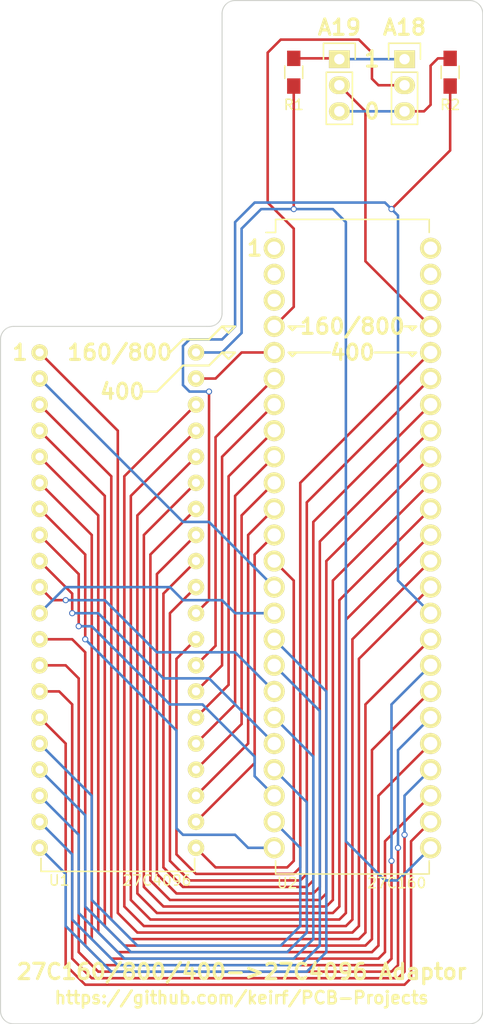
<source format=kicad_pcb>
(kicad_pcb (version 4) (host pcbnew "(after 2015-may-25 BZR unknown)-product")

  (general
    (links 48)
    (no_connects 0)
    (area 114.249999 29.794999 161.340001 129.590001)
    (thickness 1.6)
    (drawings 48)
    (tracks 297)
    (zones 0)
    (modules 6)
    (nets 51)
  )

  (page A4)
  (layers
    (0 F.Cu signal)
    (31 B.Cu signal)
    (32 B.Adhes user)
    (33 F.Adhes user)
    (34 B.Paste user)
    (35 F.Paste user)
    (36 B.SilkS user)
    (37 F.SilkS user)
    (38 B.Mask user)
    (39 F.Mask user)
    (40 Dwgs.User user)
    (41 Cmts.User user)
    (42 Eco1.User user)
    (43 Eco2.User user)
    (44 Edge.Cuts user)
    (45 Margin user)
    (46 B.CrtYd user)
    (47 F.CrtYd user)
    (48 B.Fab user)
    (49 F.Fab user)
  )

  (setup
    (last_trace_width 0.25)
    (trace_clearance 0.2)
    (zone_clearance 0.508)
    (zone_45_only no)
    (trace_min 0.2)
    (segment_width 0.2)
    (edge_width 0.1)
    (via_size 0.6)
    (via_drill 0.4)
    (via_min_size 0.4)
    (via_min_drill 0.3)
    (uvia_size 0.3)
    (uvia_drill 0.1)
    (uvias_allowed no)
    (uvia_min_size 0.2)
    (uvia_min_drill 0.1)
    (pcb_text_width 0.3)
    (pcb_text_size 1.5 1.5)
    (mod_edge_width 0.15)
    (mod_text_size 1 1)
    (mod_text_width 0.15)
    (pad_size 2.05 2.05)
    (pad_drill 1.3)
    (pad_to_mask_clearance 0)
    (aux_axis_origin 0 0)
    (visible_elements FFFFFF7F)
    (pcbplotparams
      (layerselection 0x010e0_80000001)
      (usegerberextensions true)
      (excludeedgelayer true)
      (linewidth 0.100000)
      (plotframeref false)
      (viasonmask false)
      (mode 1)
      (useauxorigin false)
      (hpglpennumber 1)
      (hpglpenspeed 20)
      (hpglpendiameter 15)
      (hpglpenoverlay 2)
      (psnegative false)
      (psa4output false)
      (plotreference true)
      (plotvalue true)
      (plotinvisibletext false)
      (padsonsilk false)
      (subtractmaskfromsilk false)
      (outputformat 1)
      (mirror false)
      (drillshape 0)
      (scaleselection 1)
      (outputdirectory gerber/))
  )

  (net 0 "")
  (net 1 /P1)
  (net 2 /P2)
  (net 3 /P3)
  (net 4 /P4)
  (net 5 /P5)
  (net 6 /P6)
  (net 7 /P7)
  (net 8 /P8)
  (net 9 /P9)
  (net 10 /P10)
  (net 11 /P11)
  (net 12 /P12)
  (net 13 /P13)
  (net 14 /P14)
  (net 15 /P15)
  (net 16 /P16)
  (net 17 /P17)
  (net 18 /P18)
  (net 19 /P19)
  (net 20 /P20)
  (net 21 /P21)
  (net 22 /P22)
  (net 23 /P23)
  (net 24 /P24)
  (net 25 /P25)
  (net 26 /P26)
  (net 27 /P27)
  (net 28 /P28)
  (net 29 /P29)
  (net 30 /P31)
  (net 31 /P32)
  (net 32 /P33)
  (net 33 /P34)
  (net 34 /P35)
  (net 35 /P36)
  (net 36 /P37)
  (net 37 /P38)
  (net 38 /P39)
  (net 39 "Net-(P1-Pad1)")
  (net 40 /A19)
  (net 41 "Net-(P1-Pad3)")
  (net 42 /A18)
  (net 43 /VCC)
  (net 44 /VSS)
  (net 45 "Net-(U2-Pad1)")
  (net 46 "Net-(U2-Pad2)")
  (net 47 "Net-(U2-Pad3)")
  (net 48 "Net-(U2-Pad48)")
  (net 49 "Net-(U2-Pad47)")
  (net 50 "Net-(U2-Pad46)")

  (net_class Default "This is the default net class."
    (clearance 0.2)
    (trace_width 0.25)
    (via_dia 0.6)
    (via_drill 0.4)
    (uvia_dia 0.3)
    (uvia_drill 0.1)
    (add_net /A18)
    (add_net /A19)
    (add_net /P1)
    (add_net /P10)
    (add_net /P11)
    (add_net /P12)
    (add_net /P13)
    (add_net /P14)
    (add_net /P15)
    (add_net /P16)
    (add_net /P17)
    (add_net /P18)
    (add_net /P19)
    (add_net /P2)
    (add_net /P20)
    (add_net /P21)
    (add_net /P22)
    (add_net /P23)
    (add_net /P24)
    (add_net /P25)
    (add_net /P26)
    (add_net /P27)
    (add_net /P28)
    (add_net /P29)
    (add_net /P3)
    (add_net /P31)
    (add_net /P32)
    (add_net /P33)
    (add_net /P34)
    (add_net /P35)
    (add_net /P36)
    (add_net /P37)
    (add_net /P38)
    (add_net /P39)
    (add_net /P4)
    (add_net /P5)
    (add_net /P6)
    (add_net /P7)
    (add_net /P8)
    (add_net /P9)
    (add_net /VCC)
    (add_net /VSS)
    (add_net "Net-(P1-Pad1)")
    (add_net "Net-(P1-Pad3)")
    (add_net "Net-(U2-Pad1)")
    (add_net "Net-(U2-Pad2)")
    (add_net "Net-(U2-Pad3)")
    (add_net "Net-(U2-Pad46)")
    (add_net "Net-(U2-Pad47)")
    (add_net "Net-(U2-Pad48)")
  )

  (module Pin_Headers:Pin_Header_Straight_1x03 (layer F.Cu) (tedit 55F95F88) (tstamp 55F95CE7)
    (at 147.32 35.56)
    (descr "Through hole pin header")
    (tags "pin header")
    (path /55F953E8)
    (fp_text reference P1 (at 0 -5.1) (layer F.SilkS) hide
      (effects (font (size 1 1) (thickness 0.15)))
    )
    (fp_text value A19 (at 0 -3.1) (layer F.SilkS)
      (effects (font (size 1.5 1.5) (thickness 0.3)))
    )
    (fp_line (start -1.75 -1.75) (end -1.75 6.85) (layer F.CrtYd) (width 0.05))
    (fp_line (start 1.75 -1.75) (end 1.75 6.85) (layer F.CrtYd) (width 0.05))
    (fp_line (start -1.75 -1.75) (end 1.75 -1.75) (layer F.CrtYd) (width 0.05))
    (fp_line (start -1.75 6.85) (end 1.75 6.85) (layer F.CrtYd) (width 0.05))
    (fp_line (start -1.27 1.27) (end -1.27 6.35) (layer F.SilkS) (width 0.15))
    (fp_line (start -1.27 6.35) (end 1.27 6.35) (layer F.SilkS) (width 0.15))
    (fp_line (start 1.27 6.35) (end 1.27 1.27) (layer F.SilkS) (width 0.15))
    (fp_line (start 1.55 -1.55) (end 1.55 0) (layer F.SilkS) (width 0.15))
    (fp_line (start 1.27 1.27) (end -1.27 1.27) (layer F.SilkS) (width 0.15))
    (fp_line (start -1.55 0) (end -1.55 -1.55) (layer F.SilkS) (width 0.15))
    (fp_line (start -1.55 -1.55) (end 1.55 -1.55) (layer F.SilkS) (width 0.15))
    (pad 1 thru_hole rect (at 0 0) (size 2.032 1.7272) (drill 1.016) (layers *.Cu *.Mask F.SilkS)
      (net 39 "Net-(P1-Pad1)"))
    (pad 2 thru_hole oval (at 0 2.54) (size 2.032 1.7272) (drill 1.016) (layers *.Cu *.Mask F.SilkS)
      (net 40 /A19))
    (pad 3 thru_hole oval (at 0 5.08) (size 2.032 1.7272) (drill 1.016) (layers *.Cu *.Mask F.SilkS)
      (net 41 "Net-(P1-Pad3)"))
    (model Pin_Headers.3dshapes/Pin_Header_Straight_1x03.wrl
      (at (xyz 0 -0.1 0))
      (scale (xyz 1 1 1))
      (rotate (xyz 0 0 90))
    )
  )

  (module Pin_Headers:Pin_Header_Straight_1x03 (layer F.Cu) (tedit 55F95F8D) (tstamp 55F95CEE)
    (at 153.67 35.56)
    (descr "Through hole pin header")
    (tags "pin header")
    (path /55F952CF)
    (fp_text reference P2 (at 0 -5.1) (layer F.SilkS) hide
      (effects (font (size 1 1) (thickness 0.15)))
    )
    (fp_text value A18 (at 0 -3.1) (layer F.SilkS)
      (effects (font (size 1.5 1.5) (thickness 0.3)))
    )
    (fp_line (start -1.75 -1.75) (end -1.75 6.85) (layer F.CrtYd) (width 0.05))
    (fp_line (start 1.75 -1.75) (end 1.75 6.85) (layer F.CrtYd) (width 0.05))
    (fp_line (start -1.75 -1.75) (end 1.75 -1.75) (layer F.CrtYd) (width 0.05))
    (fp_line (start -1.75 6.85) (end 1.75 6.85) (layer F.CrtYd) (width 0.05))
    (fp_line (start -1.27 1.27) (end -1.27 6.35) (layer F.SilkS) (width 0.15))
    (fp_line (start -1.27 6.35) (end 1.27 6.35) (layer F.SilkS) (width 0.15))
    (fp_line (start 1.27 6.35) (end 1.27 1.27) (layer F.SilkS) (width 0.15))
    (fp_line (start 1.55 -1.55) (end 1.55 0) (layer F.SilkS) (width 0.15))
    (fp_line (start 1.27 1.27) (end -1.27 1.27) (layer F.SilkS) (width 0.15))
    (fp_line (start -1.55 0) (end -1.55 -1.55) (layer F.SilkS) (width 0.15))
    (fp_line (start -1.55 -1.55) (end 1.55 -1.55) (layer F.SilkS) (width 0.15))
    (pad 1 thru_hole rect (at 0 0) (size 2.032 1.7272) (drill 1.016) (layers *.Cu *.Mask F.SilkS)
      (net 39 "Net-(P1-Pad1)"))
    (pad 2 thru_hole oval (at 0 2.54) (size 2.032 1.7272) (drill 1.016) (layers *.Cu *.Mask F.SilkS)
      (net 42 /A18))
    (pad 3 thru_hole oval (at 0 5.08) (size 2.032 1.7272) (drill 1.016) (layers *.Cu *.Mask F.SilkS)
      (net 41 "Net-(P1-Pad3)"))
    (model Pin_Headers.3dshapes/Pin_Header_Straight_1x03.wrl
      (at (xyz 0 -0.1 0))
      (scale (xyz 1 1 1))
      (rotate (xyz 0 0 90))
    )
  )

  (module Resistors_SMD:R_0805_HandSoldering (layer F.Cu) (tedit 55F9597C) (tstamp 55F95CF4)
    (at 142.875 36.83 270)
    (descr "Resistor SMD 0805, hand soldering")
    (tags "resistor 0805")
    (path /55F954FE)
    (attr smd)
    (fp_text reference R1 (at 3.175 0 360) (layer F.SilkS)
      (effects (font (size 1 1) (thickness 0.15)))
    )
    (fp_text value 1K (at 0 2.1 270) (layer F.Fab)
      (effects (font (size 1 1) (thickness 0.15)))
    )
    (fp_line (start -2.4 -1) (end 2.4 -1) (layer F.CrtYd) (width 0.05))
    (fp_line (start -2.4 1) (end 2.4 1) (layer F.CrtYd) (width 0.05))
    (fp_line (start -2.4 -1) (end -2.4 1) (layer F.CrtYd) (width 0.05))
    (fp_line (start 2.4 -1) (end 2.4 1) (layer F.CrtYd) (width 0.05))
    (fp_line (start 0.6 0.875) (end -0.6 0.875) (layer F.SilkS) (width 0.15))
    (fp_line (start -0.6 -0.875) (end 0.6 -0.875) (layer F.SilkS) (width 0.15))
    (pad 1 smd rect (at -1.35 0 270) (size 1.5 1.3) (layers F.Cu F.Paste F.Mask)
      (net 39 "Net-(P1-Pad1)"))
    (pad 2 smd rect (at 1.35 0 270) (size 1.5 1.3) (layers F.Cu F.Paste F.Mask)
      (net 43 /VCC))
    (model Resistors_SMD.3dshapes/R_0805_HandSoldering.wrl
      (at (xyz 0 0 0))
      (scale (xyz 1 1 1))
      (rotate (xyz 0 0 0))
    )
  )

  (module Resistors_SMD:R_0805_HandSoldering (layer F.Cu) (tedit 55F95980) (tstamp 55F95CFA)
    (at 158.115 36.83 270)
    (descr "Resistor SMD 0805, hand soldering")
    (tags "resistor 0805")
    (path /55F954A1)
    (attr smd)
    (fp_text reference R2 (at 3.175 0 360) (layer F.SilkS)
      (effects (font (size 1 1) (thickness 0.15)))
    )
    (fp_text value 1K (at 0 2.1 270) (layer F.Fab)
      (effects (font (size 1 1) (thickness 0.15)))
    )
    (fp_line (start -2.4 -1) (end 2.4 -1) (layer F.CrtYd) (width 0.05))
    (fp_line (start -2.4 1) (end 2.4 1) (layer F.CrtYd) (width 0.05))
    (fp_line (start -2.4 -1) (end -2.4 1) (layer F.CrtYd) (width 0.05))
    (fp_line (start 2.4 -1) (end 2.4 1) (layer F.CrtYd) (width 0.05))
    (fp_line (start 0.6 0.875) (end -0.6 0.875) (layer F.SilkS) (width 0.15))
    (fp_line (start -0.6 -0.875) (end 0.6 -0.875) (layer F.SilkS) (width 0.15))
    (pad 1 smd rect (at -1.35 0 270) (size 1.5 1.3) (layers F.Cu F.Paste F.Mask)
      (net 41 "Net-(P1-Pad3)"))
    (pad 2 smd rect (at 1.35 0 270) (size 1.5 1.3) (layers F.Cu F.Paste F.Mask)
      (net 44 /VSS))
    (model Resistors_SMD.3dshapes/R_0805_HandSoldering.wrl
      (at (xyz 0 0 0))
      (scale (xyz 1 1 1))
      (rotate (xyz 0 0 0))
    )
  )

  (module FF:27C160 (layer F.Cu) (tedit 55F95798) (tstamp 55F95D39)
    (at 140.97 53.975)
    (descr "40-lead dip package, row spacing 15.24 mm (600 mils)")
    (tags "dil dip 2.54 600")
    (path /55AF4F2A)
    (fp_text reference U2 (at 1.27 61.849) (layer F.SilkS)
      (effects (font (size 1 1) (thickness 0.15)))
    )
    (fp_text value 27C160 (at 11.938 61.849) (layer F.SilkS)
      (effects (font (size 1 1) (thickness 0.15)))
    )
    (fp_line (start -4.064 -10.16) (end -4.064 65.532) (layer F.CrtYd) (width 0.05))
    (fp_line (start -4.064 65.532) (end 19.304 65.532) (layer F.CrtYd) (width 0.05))
    (fp_line (start 19.304 65.532) (end 19.304 -10.16) (layer F.CrtYd) (width 0.05))
    (fp_line (start 19.304 -10.16) (end -4.064 -10.16) (layer F.CrtYd) (width 0.05))
    (fp_line (start 0.135 -2.803) (end 0.135 -1.533) (layer F.SilkS) (width 0.15))
    (fp_line (start 15.105 -2.803) (end 15.105 -1.533) (layer F.SilkS) (width 0.15))
    (fp_line (start 15.105 60.969) (end 15.105 59.699) (layer F.SilkS) (width 0.15))
    (fp_line (start 0.135 60.969) (end 0.135 59.699) (layer F.SilkS) (width 0.15))
    (fp_line (start 0.135 -2.803) (end 15.105 -2.803) (layer F.SilkS) (width 0.15))
    (fp_line (start 0.135 60.969) (end 15.105 60.969) (layer F.SilkS) (width 0.15))
    (fp_line (start 0.135 -1.533) (end -0.8 -1.533) (layer F.SilkS) (width 0.15))
    (pad 48 thru_hole oval (at 15.24 0) (size 2.05 2.05) (drill 1.3) (layers *.Cu *.Mask F.SilkS)
      (net 48 "Net-(U2-Pad48)"))
    (pad 47 thru_hole oval (at 15.24 2.54) (size 2.05 2.05) (drill 1.3) (layers *.Cu *.Mask F.SilkS)
      (net 49 "Net-(U2-Pad47)"))
    (pad 46 thru_hole oval (at 15.24 5.08) (size 2.05 2.05) (drill 1.3) (layers *.Cu *.Mask F.SilkS)
      (net 50 "Net-(U2-Pad46)"))
    (pad 45 thru_hole oval (at 15.24 7.62) (size 2.05 2.05) (drill 1.3) (layers *.Cu *.Mask F.SilkS)
      (net 40 /A19))
    (pad 44 thru_hole oval (at 15.24 10.16) (size 2.05 2.05) (drill 1.3) (layers *.Cu *.Mask F.SilkS)
      (net 29 /P29))
    (pad 43 thru_hole oval (at 15.24 12.7) (size 2.05 2.05) (drill 1.3) (layers *.Cu *.Mask F.SilkS)
      (net 30 /P31))
    (pad 42 thru_hole oval (at 15.24 15.24) (size 2.05 2.05) (drill 1.3) (layers *.Cu *.Mask F.SilkS)
      (net 31 /P32))
    (pad 41 thru_hole oval (at 15.24 17.78) (size 2.05 2.05) (drill 1.3) (layers *.Cu *.Mask F.SilkS)
      (net 32 /P33))
    (pad 1 thru_hole oval (at 0 0) (size 2.05 2.05) (drill 1.3) (layers *.Cu *.Mask F.SilkS)
      (net 45 "Net-(U2-Pad1)"))
    (pad 2 thru_hole oval (at 0 2.54) (size 2.05 2.05) (drill 1.3) (layers *.Cu *.Mask F.SilkS)
      (net 46 "Net-(U2-Pad2)"))
    (pad 3 thru_hole oval (at 0 5.08) (size 2.05 2.05) (drill 1.3) (layers *.Cu *.Mask F.SilkS)
      (net 47 "Net-(U2-Pad3)"))
    (pad 4 thru_hole oval (at 0 7.62) (size 2.05 2.05) (drill 1.3) (layers *.Cu *.Mask F.SilkS)
      (net 42 /A18))
    (pad 5 thru_hole oval (at 0 10.16) (size 2.05 2.05) (drill 1.3) (layers *.Cu *.Mask F.SilkS)
      (net 38 /P39))
    (pad 6 thru_hole oval (at 0 12.7) (size 2.05 2.05) (drill 1.3) (layers *.Cu *.Mask F.SilkS)
      (net 28 /P28))
    (pad 7 thru_hole oval (at 0 15.24) (size 2.05 2.05) (drill 1.3) (layers *.Cu *.Mask F.SilkS)
      (net 27 /P27))
    (pad 8 thru_hole oval (at 0 17.78) (size 2.05 2.05) (drill 1.3) (layers *.Cu *.Mask F.SilkS)
      (net 26 /P26))
    (pad 9 thru_hole oval (at 0 20.32) (size 2.05 2.05) (drill 1.3) (layers *.Cu *.Mask F.SilkS)
      (net 25 /P25))
    (pad 10 thru_hole oval (at 0 22.86) (size 2.05 2.05) (drill 1.3) (layers *.Cu *.Mask F.SilkS)
      (net 24 /P24))
    (pad 11 thru_hole oval (at 0 25.4) (size 2.05 2.05) (drill 1.3) (layers *.Cu *.Mask F.SilkS)
      (net 23 /P23))
    (pad 12 thru_hole oval (at 0 27.94) (size 2.05 2.05) (drill 1.3) (layers *.Cu *.Mask F.SilkS)
      (net 22 /P22))
    (pad 13 thru_hole oval (at 0 30.48) (size 2.05 2.05) (drill 1.3) (layers *.Cu *.Mask F.SilkS)
      (net 21 /P21))
    (pad 14 thru_hole oval (at 0 33.02) (size 2.05 2.05) (drill 1.3) (layers *.Cu *.Mask F.SilkS)
      (net 2 /P2))
    (pad 15 thru_hole oval (at 0 35.56) (size 2.05 2.05) (drill 1.3) (layers *.Cu *.Mask F.SilkS)
      (net 11 /P11))
    (pad 16 thru_hole oval (at 0 38.1) (size 2.05 2.05) (drill 1.3) (layers *.Cu *.Mask F.SilkS)
      (net 20 /P20))
    (pad 17 thru_hole oval (at 0 40.64) (size 2.05 2.05) (drill 1.3) (layers *.Cu *.Mask F.SilkS)
      (net 19 /P19))
    (pad 18 thru_hole oval (at 0 43.18) (size 2.05 2.05) (drill 1.3) (layers *.Cu *.Mask F.SilkS)
      (net 10 /P10))
    (pad 19 thru_hole oval (at 0 45.72) (size 2.05 2.05) (drill 1.3) (layers *.Cu *.Mask F.SilkS)
      (net 18 /P18))
    (pad 20 thru_hole oval (at 0 48.26) (size 2.05 2.05) (drill 1.3) (layers *.Cu *.Mask F.SilkS)
      (net 9 /P9))
    (pad 21 thru_hole oval (at 0 50.8) (size 2.05 2.05) (drill 1.3) (layers *.Cu *.Mask F.SilkS)
      (net 17 /P17))
    (pad 22 thru_hole oval (at 0 53.34) (size 2.05 2.05) (drill 1.3) (layers *.Cu *.Mask F.SilkS)
      (net 8 /P8))
    (pad 23 thru_hole oval (at 0 55.88) (size 2.05 2.05) (drill 1.3) (layers *.Cu *.Mask F.SilkS)
      (net 16 /P16))
    (pad 24 thru_hole oval (at 0 58.42) (size 2.05 2.05) (drill 1.3) (layers *.Cu *.Mask F.SilkS)
      (net 7 /P7))
    (pad 25 thru_hole oval (at 15.24 58.42) (size 2.05 2.05) (drill 1.3) (layers *.Cu *.Mask F.SilkS)
      (net 43 /VCC))
    (pad 26 thru_hole oval (at 15.24 55.88) (size 2.05 2.05) (drill 1.3) (layers *.Cu *.Mask F.SilkS)
      (net 15 /P15))
    (pad 27 thru_hole oval (at 15.24 53.34) (size 2.05 2.05) (drill 1.3) (layers *.Cu *.Mask F.SilkS)
      (net 6 /P6))
    (pad 28 thru_hole oval (at 15.24 50.8) (size 2.05 2.05) (drill 1.3) (layers *.Cu *.Mask F.SilkS)
      (net 14 /P14))
    (pad 29 thru_hole oval (at 15.24 48.26) (size 2.05 2.05) (drill 1.3) (layers *.Cu *.Mask F.SilkS)
      (net 5 /P5))
    (pad 30 thru_hole oval (at 15.24 45.72) (size 2.05 2.05) (drill 1.3) (layers *.Cu *.Mask F.SilkS)
      (net 13 /P13))
    (pad 31 thru_hole oval (at 15.24 43.18) (size 2.05 2.05) (drill 1.3) (layers *.Cu *.Mask F.SilkS)
      (net 4 /P4))
    (pad 32 thru_hole oval (at 15.24 40.64) (size 2.05 2.05) (drill 1.3) (layers *.Cu *.Mask F.SilkS)
      (net 12 /P12))
    (pad 33 thru_hole oval (at 15.24 38.1) (size 2.05 2.05) (drill 1.3) (layers *.Cu *.Mask F.SilkS)
      (net 3 /P3))
    (pad 34 thru_hole oval (at 15.24 35.56) (size 2.05 2.05) (drill 1.3) (layers *.Cu *.Mask F.SilkS)
      (net 44 /VSS))
    (pad 35 thru_hole oval (at 15.24 33.02) (size 2.05 2.05) (drill 1.3) (layers *.Cu *.Mask F.SilkS)
      (net 1 /P1))
    (pad 36 thru_hole oval (at 15.24 30.48) (size 2.05 2.05) (drill 1.3) (layers *.Cu *.Mask F.SilkS)
      (net 37 /P38))
    (pad 37 thru_hole oval (at 15.24 27.94) (size 2.05 2.05) (drill 1.3) (layers *.Cu *.Mask F.SilkS)
      (net 36 /P37))
    (pad 38 thru_hole oval (at 15.24 25.4) (size 2.05 2.05) (drill 1.3) (layers *.Cu *.Mask F.SilkS)
      (net 35 /P36))
    (pad 39 thru_hole oval (at 15.24 22.86) (size 2.05 2.05) (drill 1.3) (layers *.Cu *.Mask F.SilkS)
      (net 34 /P35))
    (pad 40 thru_hole oval (at 15.24 20.32) (size 2.05 2.05) (drill 1.3) (layers *.Cu *.Mask F.SilkS)
      (net 33 /P34))
    (model Housings_DIP.3dshapes/DIP-40_W15.24mm.wrl
      (at (xyz 0 0 0))
      (scale (xyz 1 1 1))
      (rotate (xyz 0 0 0))
    )
  )

  (module FF:27C4096 (layer F.Cu) (tedit 55F97EEB) (tstamp 55AF5648)
    (at 118.11 64.135)
    (descr "40-lead dip package, row spacing 15.24 mm (600 mils)")
    (tags "dil dip 2.54 600")
    (path /55AF4EC7)
    (fp_text reference U1 (at 1.905 51.435) (layer F.SilkS)
      (effects (font (size 1 1) (thickness 0.15)))
    )
    (fp_text value 27C4096 (at 11.43 51.435) (layer F.SilkS)
      (effects (font (size 1 1) (thickness 0.15)))
    )
    (fp_line (start -1.05 -2.45) (end -1.05 50.75) (layer F.CrtYd) (width 0.05))
    (fp_line (start 16.3 -2.45) (end 16.3 50.75) (layer F.CrtYd) (width 0.05))
    (fp_line (start -1.05 -2.45) (end 16.3 -2.45) (layer F.CrtYd) (width 0.05))
    (fp_line (start -1.05 50.75) (end 16.3 50.75) (layer F.CrtYd) (width 0.05))
    (fp_line (start 15.105 50.555) (end 15.105 49.285) (layer F.SilkS) (width 0.15))
    (fp_line (start 0.135 50.555) (end 0.135 49.285) (layer F.SilkS) (width 0.15))
    (fp_line (start 0.135 50.555) (end 15.105 50.555) (layer F.SilkS) (width 0.15))
    (pad 1 thru_hole oval (at 0 0) (size 1.6 1.6) (drill 0.8) (layers *.Cu *.Mask F.SilkS)
      (net 1 /P1))
    (pad 2 thru_hole oval (at 0 2.54) (size 1.6 1.6) (drill 0.8) (layers *.Cu *.Mask F.SilkS)
      (net 2 /P2))
    (pad 3 thru_hole oval (at 0 5.08) (size 1.6 1.6) (drill 0.8) (layers *.Cu *.Mask F.SilkS)
      (net 3 /P3))
    (pad 4 thru_hole oval (at 0 7.62) (size 1.6 1.6) (drill 0.8) (layers *.Cu *.Mask F.SilkS)
      (net 4 /P4))
    (pad 5 thru_hole oval (at 0 10.16) (size 1.6 1.6) (drill 0.8) (layers *.Cu *.Mask F.SilkS)
      (net 5 /P5))
    (pad 6 thru_hole oval (at 0 12.7) (size 1.6 1.6) (drill 0.8) (layers *.Cu *.Mask F.SilkS)
      (net 6 /P6))
    (pad 7 thru_hole oval (at 0 15.24) (size 1.6 1.6) (drill 0.8) (layers *.Cu *.Mask F.SilkS)
      (net 7 /P7))
    (pad 8 thru_hole oval (at 0 17.78) (size 1.6 1.6) (drill 0.8) (layers *.Cu *.Mask F.SilkS)
      (net 8 /P8))
    (pad 9 thru_hole oval (at 0 20.32) (size 1.6 1.6) (drill 0.8) (layers *.Cu *.Mask F.SilkS)
      (net 9 /P9))
    (pad 10 thru_hole oval (at 0 22.86) (size 1.6 1.6) (drill 0.8) (layers *.Cu *.Mask F.SilkS)
      (net 10 /P10))
    (pad 11 thru_hole oval (at 0 25.4) (size 1.6 1.6) (drill 0.8) (layers *.Cu *.Mask F.SilkS)
      (net 11 /P11))
    (pad 12 thru_hole oval (at 0 27.94) (size 1.6 1.6) (drill 0.8) (layers *.Cu *.Mask F.SilkS)
      (net 12 /P12))
    (pad 13 thru_hole oval (at 0 30.48) (size 1.6 1.6) (drill 0.8) (layers *.Cu *.Mask F.SilkS)
      (net 13 /P13))
    (pad 14 thru_hole oval (at 0 33.02) (size 1.6 1.6) (drill 0.8) (layers *.Cu *.Mask F.SilkS)
      (net 14 /P14))
    (pad 15 thru_hole oval (at 0 35.56) (size 1.6 1.6) (drill 0.8) (layers *.Cu *.Mask F.SilkS)
      (net 15 /P15))
    (pad 16 thru_hole oval (at 0 38.1) (size 1.6 1.6) (drill 0.8) (layers *.Cu *.Mask F.SilkS)
      (net 16 /P16))
    (pad 17 thru_hole oval (at 0 40.64) (size 1.6 1.6) (drill 0.8) (layers *.Cu *.Mask F.SilkS)
      (net 17 /P17))
    (pad 18 thru_hole oval (at 0 43.18) (size 1.6 1.6) (drill 0.8) (layers *.Cu *.Mask F.SilkS)
      (net 18 /P18))
    (pad 19 thru_hole oval (at 0 45.72) (size 1.6 1.6) (drill 0.8) (layers *.Cu *.Mask F.SilkS)
      (net 19 /P19))
    (pad 20 thru_hole oval (at 0 48.26) (size 1.6 1.6) (drill 0.8) (layers *.Cu *.Mask F.SilkS)
      (net 20 /P20))
    (pad 21 thru_hole oval (at 15.24 48.26) (size 1.6 1.6) (drill 0.8) (layers *.Cu *.Mask F.SilkS)
      (net 21 /P21))
    (pad 22 thru_hole oval (at 15.24 45.72) (size 1.6 1.6) (drill 0.8) (layers *.Cu *.Mask F.SilkS)
      (net 22 /P22))
    (pad 23 thru_hole oval (at 15.24 43.18) (size 1.6 1.6) (drill 0.8) (layers *.Cu *.Mask F.SilkS)
      (net 23 /P23))
    (pad 24 thru_hole oval (at 15.24 40.64) (size 1.6 1.6) (drill 0.8) (layers *.Cu *.Mask F.SilkS)
      (net 24 /P24))
    (pad 25 thru_hole oval (at 15.24 38.1) (size 1.6 1.6) (drill 0.8) (layers *.Cu *.Mask F.SilkS)
      (net 25 /P25))
    (pad 26 thru_hole oval (at 15.24 35.56) (size 1.6 1.6) (drill 0.8) (layers *.Cu *.Mask F.SilkS)
      (net 26 /P26))
    (pad 27 thru_hole oval (at 15.24 33.02) (size 1.6 1.6) (drill 0.8) (layers *.Cu *.Mask F.SilkS)
      (net 27 /P27))
    (pad 28 thru_hole oval (at 15.24 30.48) (size 1.6 1.6) (drill 0.8) (layers *.Cu *.Mask F.SilkS)
      (net 28 /P28))
    (pad 29 thru_hole oval (at 15.24 27.94) (size 1.6 1.6) (drill 0.8) (layers *.Cu *.Mask F.SilkS)
      (net 29 /P29))
    (pad 30 thru_hole oval (at 15.24 25.4) (size 1.6 1.6) (drill 0.8) (layers *.Cu *.Mask F.SilkS)
      (net 44 /VSS))
    (pad 31 thru_hole oval (at 15.24 22.86) (size 1.6 1.6) (drill 0.8) (layers *.Cu *.Mask F.SilkS)
      (net 30 /P31))
    (pad 32 thru_hole oval (at 15.24 20.32) (size 1.6 1.6) (drill 0.8) (layers *.Cu *.Mask F.SilkS)
      (net 31 /P32))
    (pad 33 thru_hole oval (at 15.24 17.78) (size 1.6 1.6) (drill 0.8) (layers *.Cu *.Mask F.SilkS)
      (net 32 /P33))
    (pad 34 thru_hole oval (at 15.24 15.24) (size 1.6 1.6) (drill 0.8) (layers *.Cu *.Mask F.SilkS)
      (net 33 /P34))
    (pad 35 thru_hole oval (at 15.24 12.7) (size 1.6 1.6) (drill 0.8) (layers *.Cu *.Mask F.SilkS)
      (net 34 /P35))
    (pad 36 thru_hole oval (at 15.24 10.16) (size 1.6 1.6) (drill 0.8) (layers *.Cu *.Mask F.SilkS)
      (net 35 /P36))
    (pad 37 thru_hole oval (at 15.24 7.62) (size 1.6 1.6) (drill 0.8) (layers *.Cu *.Mask F.SilkS)
      (net 36 /P37))
    (pad 38 thru_hole oval (at 15.24 5.08) (size 1.6 1.6) (drill 0.8) (layers *.Cu *.Mask F.SilkS)
      (net 37 /P38))
    (pad 39 thru_hole oval (at 15.24 2.54) (size 1.6 1.6) (drill 0.8) (layers *.Cu *.Mask F.SilkS)
      (net 38 /P39))
    (pad 40 thru_hole oval (at 15.24 0) (size 1.6 1.6) (drill 0.8) (layers *.Cu *.Mask F.SilkS)
      (net 43 /VCC))
    (model Housings_DIP.3dshapes/DIP-40_W15.24mm.wrl
      (at (xyz 0 0 0))
      (scale (xyz 1 1 1))
      (rotate (xyz 0 0 0))
    )
  )

  (gr_line (start 129.54 67.945) (end 128.27 67.945) (angle 90) (layer F.SilkS) (width 0.2))
  (gr_line (start 154.432 64.516) (end 154.051 64.135) (angle 90) (layer F.SilkS) (width 0.2))
  (gr_line (start 154.813 64.135) (end 154.432 64.516) (angle 90) (layer F.SilkS) (width 0.2))
  (gr_line (start 154.051 61.595) (end 154.432 61.976) (angle 90) (layer F.SilkS) (width 0.2))
  (gr_line (start 154.178 61.722) (end 154.178 61.595) (angle 90) (layer F.SilkS) (width 0.2))
  (gr_line (start 154.813 61.595) (end 154.432 61.976) (angle 90) (layer F.SilkS) (width 0.2))
  (gr_line (start 142.748 64.516) (end 143.129 64.135) (angle 90) (layer F.SilkS) (width 0.2))
  (gr_line (start 142.367 64.135) (end 142.748 64.516) (angle 90) (layer F.SilkS) (width 0.2))
  (gr_line (start 142.748 61.976) (end 143.129 61.595) (angle 90) (layer F.SilkS) (width 0.2))
  (gr_line (start 142.367 61.595) (end 142.748 61.976) (angle 90) (layer F.SilkS) (width 0.2))
  (gr_line (start 142.367 61.595) (end 143.891 61.595) (angle 90) (layer F.SilkS) (width 0.2))
  (gr_line (start 142.367 64.135) (end 146.431 64.135) (angle 90) (layer F.SilkS) (width 0.2))
  (gr_line (start 150.749 64.135) (end 154.813 64.135) (angle 90) (layer F.SilkS) (width 0.2))
  (gr_line (start 153.67 61.595) (end 154.813 61.595) (angle 90) (layer F.SilkS) (width 0.2))
  (gr_text 400 (at 148.59 64.135) (layer F.SilkS)
    (effects (font (size 1.5 1.5) (thickness 0.3)))
  )
  (gr_text 160/800 (at 148.59 61.595) (layer F.SilkS)
    (effects (font (size 1.5 1.5) (thickness 0.3)))
  )
  (gr_text 1 (at 139.065 53.975) (layer F.SilkS)
    (effects (font (size 1.5 1.5) (thickness 0.3)))
  )
  (gr_line (start 132.08 62.865) (end 130.81 64.135) (angle 90) (layer F.SilkS) (width 0.2))
  (gr_line (start 134.62 62.865) (end 132.08 62.865) (angle 90) (layer F.SilkS) (width 0.2))
  (gr_line (start 132.08 65.405) (end 129.54 67.945) (angle 90) (layer F.SilkS) (width 0.2))
  (gr_line (start 134.62 65.405) (end 132.08 65.405) (angle 90) (layer F.SilkS) (width 0.2))
  (gr_text 1 (at 116.205 64.135) (layer F.SilkS)
    (effects (font (size 1.5 1.5) (thickness 0.3)))
  )
  (gr_line (start 136.525 64.77) (end 135.89 64.135) (angle 90) (layer F.SilkS) (width 0.2))
  (gr_line (start 137.16 64.135) (end 136.525 64.77) (angle 90) (layer F.SilkS) (width 0.2))
  (gr_line (start 135.89 64.135) (end 137.16 64.135) (angle 90) (layer F.SilkS) (width 0.2))
  (gr_line (start 134.62 65.405) (end 135.89 64.135) (angle 90) (layer F.SilkS) (width 0.2))
  (gr_line (start 134.62 62.865) (end 135.89 61.595) (angle 90) (layer F.SilkS) (width 0.2))
  (gr_line (start 136.525 62.23) (end 135.89 61.595) (angle 90) (layer F.SilkS) (width 0.2))
  (gr_line (start 137.16 61.595) (end 136.525 62.23) (angle 90) (layer F.SilkS) (width 0.2))
  (gr_line (start 135.89 61.595) (end 137.16 61.595) (angle 90) (layer F.SilkS) (width 0.2))
  (gr_text 400 (at 123.825 67.945) (layer F.SilkS)
    (effects (font (size 1.5 1.5) (thickness 0.3)) (justify left))
  )
  (gr_text 160/800 (at 120.65 64.135) (layer F.SilkS)
    (effects (font (size 1.5 1.5) (thickness 0.3)) (justify left))
  )
  (gr_line (start 161.29 31.115) (end 161.29 128.27) (angle 90) (layer Edge.Cuts) (width 0.1))
  (gr_line (start 135.89 60.325) (end 135.89 31.115) (angle 90) (layer Edge.Cuts) (width 0.1))
  (gr_text "0\n" (at 150.495 40.64) (layer F.SilkS)
    (effects (font (size 1.5 1.5) (thickness 0.3)))
  )
  (gr_text "1\n" (at 150.495 35.56) (layer F.SilkS)
    (effects (font (size 1.5 1.5) (thickness 0.3)))
  )
  (gr_arc (start 137.16 31.115) (end 135.89 31.115) (angle 90) (layer Edge.Cuts) (width 0.1))
  (gr_arc (start 160.02 31.115) (end 160.02 29.845) (angle 90) (layer Edge.Cuts) (width 0.1))
  (gr_line (start 137.16 29.845) (end 160.02 29.845) (angle 90) (layer Edge.Cuts) (width 0.1))
  (gr_line (start 114.3 128.27) (end 114.3 62.865) (angle 90) (layer Edge.Cuts) (width 0.1))
  (gr_line (start 115.57 61.595) (end 134.62 61.595) (angle 90) (layer Edge.Cuts) (width 0.1))
  (gr_line (start 115.57 129.54) (end 160.02 129.54) (angle 90) (layer Edge.Cuts) (width 0.1))
  (gr_arc (start 115.57 62.865) (end 114.3 62.865) (angle 90) (layer Edge.Cuts) (width 0.1))
  (gr_arc (start 134.62 60.325) (end 135.89 60.325) (angle 90) (layer Edge.Cuts) (width 0.1))
  (gr_arc (start 160.02 128.27) (end 161.29 128.27) (angle 90) (layer Edge.Cuts) (width 0.1))
  (gr_arc (start 115.57 128.27) (end 115.57 129.54) (angle 90) (layer Edge.Cuts) (width 0.1))
  (gr_text https://github.com/keirf/PCB-Projects (at 137.795 127) (layer F.SilkS)
    (effects (font (size 1.2 1.2) (thickness 0.25)))
  )
  (gr_text "27C160/800/400->27C4096 Adaptor" (at 137.795 124.46) (layer F.SilkS)
    (effects (font (size 1.5 1.5) (thickness 0.3)))
  )

  (segment (start 118.11 64.135) (end 125.73 71.755) (width 0.25) (layer F.Cu) (net 1))
  (segment (start 125.73 71.755) (end 125.73 118.745) (width 0.25) (layer F.Cu) (net 1) (tstamp 55AF5B26))
  (segment (start 125.73 118.745) (end 127.635 120.65) (width 0.25) (layer F.Cu) (net 1) (tstamp 55AF5B2B))
  (segment (start 149.225 93.98) (end 156.21 86.995) (width 0.25) (layer F.Cu) (net 1) (tstamp 55AF5B3A))
  (segment (start 149.225 120.015) (end 149.225 93.98) (width 0.25) (layer F.Cu) (net 1) (tstamp 55AF5B36))
  (segment (start 148.59 120.65) (end 149.225 120.015) (width 0.25) (layer F.Cu) (net 1) (tstamp 55AF5B35))
  (segment (start 127.635 120.65) (end 148.59 120.65) (width 0.25) (layer F.Cu) (net 1) (tstamp 55AF5B30))
  (segment (start 118.11 66.675) (end 132.08 80.645) (width 0.25) (layer B.Cu) (net 2))
  (segment (start 132.08 80.645) (end 134.62 80.645) (width 0.25) (layer B.Cu) (net 2) (tstamp 55AF5D39))
  (segment (start 134.62 80.645) (end 140.97 86.995) (width 0.25) (layer B.Cu) (net 2) (tstamp 55AF5D43))
  (segment (start 118.11 69.215) (end 125.095 76.2) (width 0.25) (layer F.Cu) (net 3))
  (segment (start 125.095 76.2) (end 125.095 119.38) (width 0.25) (layer F.Cu) (net 3) (tstamp 55AF5B5B))
  (segment (start 125.095 119.38) (end 127 121.285) (width 0.25) (layer F.Cu) (net 3) (tstamp 55AF5B5D))
  (segment (start 149.86 98.425) (end 156.21 92.075) (width 0.25) (layer F.Cu) (net 3) (tstamp 55AF5B6F))
  (segment (start 149.86 120.65) (end 149.86 98.425) (width 0.25) (layer F.Cu) (net 3) (tstamp 55AF5B6A))
  (segment (start 149.225 121.285) (end 149.86 120.65) (width 0.25) (layer F.Cu) (net 3) (tstamp 55AF5B69))
  (segment (start 127 121.285) (end 149.225 121.285) (width 0.25) (layer F.Cu) (net 3) (tstamp 55AF5B66))
  (segment (start 150.495 102.87) (end 156.21 97.155) (width 0.25) (layer F.Cu) (net 4) (tstamp 55AF5BCF))
  (segment (start 150.495 121.285) (end 150.495 102.87) (width 0.25) (layer F.Cu) (net 4) (tstamp 55AF5BCB))
  (segment (start 149.86 121.92) (end 150.495 121.285) (width 0.25) (layer F.Cu) (net 4) (tstamp 55AF5BCA))
  (segment (start 126.365 121.92) (end 149.86 121.92) (width 0.25) (layer F.Cu) (net 4) (tstamp 55AF5BC8))
  (segment (start 118.11 71.755) (end 124.46 78.105) (width 0.25) (layer F.Cu) (net 4))
  (segment (start 124.46 78.105) (end 124.46 120.015) (width 0.25) (layer F.Cu) (net 4) (tstamp 55AF5BBE))
  (segment (start 124.46 120.015) (end 126.365 121.92) (width 0.25) (layer F.Cu) (net 4) (tstamp 55AF5BC2))
  (segment (start 151.13 107.315) (end 156.21 102.235) (width 0.25) (layer F.Cu) (net 5) (tstamp 55AF5BF9))
  (segment (start 151.13 121.92) (end 151.13 107.315) (width 0.25) (layer F.Cu) (net 5) (tstamp 55AF5BF2))
  (segment (start 150.495 122.555) (end 151.13 121.92) (width 0.25) (layer F.Cu) (net 5) (tstamp 55AF5BF1))
  (segment (start 125.73 122.555) (end 150.495 122.555) (width 0.25) (layer F.Cu) (net 5) (tstamp 55AF5BEE))
  (segment (start 118.11 74.295) (end 123.825 80.01) (width 0.25) (layer F.Cu) (net 5))
  (segment (start 123.825 80.01) (end 123.825 120.65) (width 0.25) (layer F.Cu) (net 5) (tstamp 55AF5BE4))
  (segment (start 123.825 120.65) (end 125.73 122.555) (width 0.25) (layer F.Cu) (net 5) (tstamp 55AF5BE9))
  (segment (start 151.765 111.76) (end 156.21 107.315) (width 0.25) (layer F.Cu) (net 6) (tstamp 55AF5C13))
  (segment (start 151.765 122.555) (end 151.765 111.76) (width 0.25) (layer F.Cu) (net 6) (tstamp 55AF5C10))
  (segment (start 151.13 123.19) (end 151.765 122.555) (width 0.25) (layer F.Cu) (net 6) (tstamp 55AF5C0F))
  (segment (start 125.095 123.19) (end 151.13 123.19) (width 0.25) (layer F.Cu) (net 6) (tstamp 55AF5C0C))
  (segment (start 118.11 76.835) (end 123.19 81.915) (width 0.25) (layer F.Cu) (net 6))
  (segment (start 123.19 81.915) (end 123.19 121.285) (width 0.25) (layer F.Cu) (net 6) (tstamp 55AF5C04))
  (segment (start 123.19 121.285) (end 125.095 123.19) (width 0.25) (layer F.Cu) (net 6) (tstamp 55AF5C07))
  (segment (start 118.11 79.375) (end 122.555 83.82) (width 0.25) (layer F.Cu) (net 7))
  (segment (start 122.555 83.82) (end 122.555 92.075) (width 0.25) (layer F.Cu) (net 7) (tstamp 55AF5FF4))
  (via (at 122.555 92.075) (size 0.6) (drill 0.4) (layers F.Cu B.Cu) (net 7))
  (segment (start 138.43 112.395) (end 140.97 112.395) (width 0.25) (layer B.Cu) (net 7) (tstamp 55AF6012))
  (segment (start 137.16 111.125) (end 138.43 112.395) (width 0.25) (layer B.Cu) (net 7) (tstamp 55AF600F))
  (segment (start 132.08 111.125) (end 137.16 111.125) (width 0.25) (layer B.Cu) (net 7) (tstamp 55AF600B))
  (segment (start 131.445 110.49) (end 132.08 111.125) (width 0.25) (layer B.Cu) (net 7) (tstamp 55AF6006))
  (segment (start 131.445 100.965) (end 131.445 110.49) (width 0.25) (layer B.Cu) (net 7) (tstamp 55AF6003))
  (segment (start 122.555 92.075) (end 131.445 100.965) (width 0.25) (layer B.Cu) (net 7) (tstamp 55AF6002))
  (segment (start 118.11 81.915) (end 121.92 85.725) (width 0.25) (layer F.Cu) (net 8))
  (segment (start 121.92 85.725) (end 121.92 90.805) (width 0.25) (layer F.Cu) (net 8) (tstamp 55AF6016))
  (via (at 121.92 90.805) (size 0.6) (drill 0.4) (layers F.Cu B.Cu) (net 8))
  (segment (start 139.065 105.41) (end 140.97 107.315) (width 0.25) (layer B.Cu) (net 8) (tstamp 55AF6043))
  (segment (start 139.065 103.505) (end 139.065 105.41) (width 0.25) (layer B.Cu) (net 8) (tstamp 55AF603E))
  (segment (start 133.985 98.425) (end 139.065 103.505) (width 0.25) (layer B.Cu) (net 8) (tstamp 55AF6035))
  (segment (start 130.81 98.425) (end 133.985 98.425) (width 0.25) (layer B.Cu) (net 8) (tstamp 55AF6030))
  (segment (start 123.19 90.805) (end 130.81 98.425) (width 0.25) (layer B.Cu) (net 8) (tstamp 55AF6028))
  (segment (start 121.92 90.805) (end 123.19 90.805) (width 0.25) (layer B.Cu) (net 8) (tstamp 55AF6027))
  (segment (start 118.11 84.455) (end 121.285 87.63) (width 0.25) (layer F.Cu) (net 9))
  (segment (start 121.285 87.63) (end 121.285 89.535) (width 0.25) (layer F.Cu) (net 9) (tstamp 55AF6047))
  (via (at 121.285 89.535) (size 0.6) (drill 0.4) (layers F.Cu B.Cu) (net 9))
  (segment (start 134.62 95.885) (end 140.97 102.235) (width 0.25) (layer B.Cu) (net 9) (tstamp 55AF6059))
  (segment (start 130.175 95.885) (end 134.62 95.885) (width 0.25) (layer B.Cu) (net 9) (tstamp 55AF6050))
  (segment (start 123.825 89.535) (end 130.175 95.885) (width 0.25) (layer B.Cu) (net 9) (tstamp 55AF604F))
  (segment (start 121.285 89.535) (end 123.825 89.535) (width 0.25) (layer B.Cu) (net 9) (tstamp 55AF604E))
  (segment (start 137.16 93.345) (end 140.97 97.155) (width 0.25) (layer B.Cu) (net 10) (tstamp 55AF607B))
  (segment (start 129.54 93.345) (end 137.16 93.345) (width 0.25) (layer B.Cu) (net 10) (tstamp 55AF6076))
  (segment (start 124.46 88.265) (end 129.54 93.345) (width 0.25) (layer B.Cu) (net 10) (tstamp 55AF6074))
  (segment (start 120.65 88.265) (end 124.46 88.265) (width 0.25) (layer B.Cu) (net 10) (tstamp 55AF6073))
  (via (at 120.65 88.265) (size 0.6) (drill 0.4) (layers F.Cu B.Cu) (net 10))
  (segment (start 119.38 88.265) (end 120.65 88.265) (width 0.25) (layer F.Cu) (net 10) (tstamp 55AF605F))
  (segment (start 118.11 86.995) (end 119.38 88.265) (width 0.25) (layer F.Cu) (net 10))
  (segment (start 118.11 89.535) (end 120.65 86.995) (width 0.25) (layer B.Cu) (net 11))
  (segment (start 120.65 86.995) (end 130.81 86.995) (width 0.25) (layer B.Cu) (net 11) (tstamp 55AF60A1))
  (segment (start 130.81 86.995) (end 132.08 88.265) (width 0.25) (layer B.Cu) (net 11) (tstamp 55AF60A3))
  (segment (start 137.16 89.535) (end 140.97 89.535) (width 0.25) (layer B.Cu) (net 11) (tstamp 55AF60AD))
  (segment (start 135.89 88.265) (end 137.16 89.535) (width 0.25) (layer B.Cu) (net 11) (tstamp 55AF60AB))
  (segment (start 132.08 88.265) (end 135.89 88.265) (width 0.25) (layer B.Cu) (net 11) (tstamp 55AF60A6))
  (segment (start 121.285 92.075) (end 122.555 93.345) (width 0.25) (layer F.Cu) (net 12) (tstamp 55AF5D7E))
  (segment (start 122.555 93.345) (end 122.555 121.92) (width 0.25) (layer F.Cu) (net 12) (tstamp 55AF5D84))
  (segment (start 122.555 121.92) (end 124.46 123.825) (width 0.25) (layer F.Cu) (net 12) (tstamp 55AF5D88))
  (segment (start 124.46 123.825) (end 151.765 123.825) (width 0.25) (layer F.Cu) (net 12) (tstamp 55AF5D8A))
  (segment (start 151.765 123.825) (end 152.4 123.19) (width 0.25) (layer F.Cu) (net 12) (tstamp 55AF5D8D))
  (segment (start 152.4 123.19) (end 152.4 113.665) (width 0.25) (layer F.Cu) (net 12) (tstamp 55AF5D8E))
  (segment (start 118.11 92.075) (end 121.285 92.075) (width 0.25) (layer F.Cu) (net 12))
  (segment (start 152.4 113.665) (end 152.4 98.425) (width 0.25) (layer B.Cu) (net 12))
  (via (at 152.4 113.665) (size 0.6) (drill 0.4) (layers F.Cu B.Cu) (net 12))
  (segment (start 152.4 98.425) (end 156.21 94.615) (width 0.25) (layer B.Cu) (net 12) (tstamp 55AF5DBD))
  (segment (start 118.11 94.615) (end 120.65 94.615) (width 0.25) (layer F.Cu) (net 13))
  (segment (start 120.65 94.615) (end 121.92 95.885) (width 0.25) (layer F.Cu) (net 13) (tstamp 55AF5DC9))
  (segment (start 121.92 95.885) (end 121.92 122.555) (width 0.25) (layer F.Cu) (net 13) (tstamp 55AF5DCF))
  (segment (start 153.035 102.87) (end 156.21 99.695) (width 0.25) (layer B.Cu) (net 13) (tstamp 55AF5DDE))
  (segment (start 153.035 112.395) (end 153.035 102.87) (width 0.25) (layer B.Cu) (net 13) (tstamp 55AF5DDD))
  (via (at 153.035 112.395) (size 0.6) (drill 0.4) (layers F.Cu B.Cu) (net 13))
  (segment (start 153.035 123.825) (end 153.035 112.395) (width 0.25) (layer F.Cu) (net 13) (tstamp 55AF5DD9))
  (segment (start 152.4 124.46) (end 153.035 123.825) (width 0.25) (layer F.Cu) (net 13) (tstamp 55AF5DD8))
  (segment (start 123.825 124.46) (end 152.4 124.46) (width 0.25) (layer F.Cu) (net 13) (tstamp 55AF5DD5))
  (segment (start 121.92 122.555) (end 123.825 124.46) (width 0.25) (layer F.Cu) (net 13) (tstamp 55AF5DD3))
  (segment (start 153.67 107.315) (end 156.21 104.775) (width 0.25) (layer B.Cu) (net 14) (tstamp 55AF5DF8))
  (segment (start 153.67 111.125) (end 153.67 107.315) (width 0.25) (layer B.Cu) (net 14) (tstamp 55AF5DF7))
  (via (at 153.67 111.125) (size 0.6) (drill 0.4) (layers F.Cu B.Cu) (net 14))
  (segment (start 153.67 124.46) (end 153.67 111.125) (width 0.25) (layer F.Cu) (net 14) (tstamp 55AF5DF5))
  (segment (start 153.035 125.095) (end 153.67 124.46) (width 0.25) (layer F.Cu) (net 14) (tstamp 55AF5DF4))
  (segment (start 123.19 125.095) (end 153.035 125.095) (width 0.25) (layer F.Cu) (net 14) (tstamp 55AF5DF2))
  (segment (start 121.285 123.19) (end 123.19 125.095) (width 0.25) (layer F.Cu) (net 14) (tstamp 55AF5DEC))
  (segment (start 121.285 98.425) (end 121.285 123.19) (width 0.25) (layer F.Cu) (net 14) (tstamp 55AF5DEB))
  (segment (start 120.015 97.155) (end 121.285 98.425) (width 0.25) (layer F.Cu) (net 14) (tstamp 55AF5DE8))
  (segment (start 118.11 97.155) (end 120.015 97.155) (width 0.25) (layer F.Cu) (net 14))
  (segment (start 154.305 111.76) (end 156.21 109.855) (width 0.25) (layer F.Cu) (net 15) (tstamp 55AF5E19))
  (segment (start 154.305 125.095) (end 154.305 111.76) (width 0.25) (layer F.Cu) (net 15) (tstamp 55AF5E15))
  (segment (start 153.67 125.73) (end 154.305 125.095) (width 0.25) (layer F.Cu) (net 15) (tstamp 55AF5E14))
  (segment (start 122.555 125.73) (end 153.67 125.73) (width 0.25) (layer F.Cu) (net 15) (tstamp 55AF5E10))
  (segment (start 120.65 123.825) (end 122.555 125.73) (width 0.25) (layer F.Cu) (net 15) (tstamp 55AF5E0C))
  (segment (start 120.65 102.235) (end 120.65 123.825) (width 0.25) (layer F.Cu) (net 15) (tstamp 55AF5E07))
  (segment (start 118.11 99.695) (end 120.65 102.235) (width 0.25) (layer F.Cu) (net 15))
  (segment (start 141.605 121.92) (end 143.51 120.015) (width 0.25) (layer B.Cu) (net 16) (tstamp 55AF5EE6))
  (segment (start 127.635 121.92) (end 141.605 121.92) (width 0.25) (layer B.Cu) (net 16) (tstamp 55AF5EDA))
  (segment (start 118.11 102.235) (end 123.19 107.315) (width 0.25) (layer B.Cu) (net 16))
  (segment (start 123.19 107.315) (end 123.19 117.475) (width 0.25) (layer B.Cu) (net 16) (tstamp 55AF5EB0))
  (segment (start 123.19 117.475) (end 127.635 121.92) (width 0.25) (layer B.Cu) (net 16) (tstamp 55AF5EC0))
  (segment (start 143.51 112.395) (end 140.97 109.855) (width 0.25) (layer B.Cu) (net 16) (tstamp 55AF5EF1))
  (segment (start 143.51 120.015) (end 143.51 112.395) (width 0.25) (layer B.Cu) (net 16) (tstamp 55AF5EEE))
  (segment (start 118.11 104.775) (end 122.555 109.22) (width 0.25) (layer B.Cu) (net 17))
  (segment (start 122.555 109.22) (end 122.555 118.11) (width 0.25) (layer B.Cu) (net 17) (tstamp 55AF5EF5))
  (segment (start 122.555 118.11) (end 127 122.555) (width 0.25) (layer B.Cu) (net 17) (tstamp 55AF5EF7))
  (segment (start 144.145 107.95) (end 140.97 104.775) (width 0.25) (layer B.Cu) (net 17) (tstamp 55AF5F09))
  (segment (start 144.145 120.65) (end 144.145 107.95) (width 0.25) (layer B.Cu) (net 17) (tstamp 55AF5F03))
  (segment (start 142.24 122.555) (end 144.145 120.65) (width 0.25) (layer B.Cu) (net 17) (tstamp 55AF5EFF))
  (segment (start 127 122.555) (end 142.24 122.555) (width 0.25) (layer B.Cu) (net 17) (tstamp 55AF5EFC))
  (segment (start 144.78 103.505) (end 140.97 99.695) (width 0.25) (layer B.Cu) (net 18) (tstamp 55AF5F1F))
  (segment (start 144.78 121.285) (end 144.78 103.505) (width 0.25) (layer B.Cu) (net 18) (tstamp 55AF5F1A))
  (segment (start 142.875 123.19) (end 144.78 121.285) (width 0.25) (layer B.Cu) (net 18) (tstamp 55AF5F17))
  (segment (start 126.365 123.19) (end 142.875 123.19) (width 0.25) (layer B.Cu) (net 18) (tstamp 55AF5F14))
  (segment (start 121.92 118.745) (end 126.365 123.19) (width 0.25) (layer B.Cu) (net 18) (tstamp 55AF5F10))
  (segment (start 121.92 111.125) (end 121.92 118.745) (width 0.25) (layer B.Cu) (net 18) (tstamp 55AF5F0D))
  (segment (start 118.11 107.315) (end 121.92 111.125) (width 0.25) (layer B.Cu) (net 18))
  (segment (start 118.11 109.855) (end 121.285 113.03) (width 0.25) (layer B.Cu) (net 19))
  (segment (start 121.285 113.03) (end 121.285 119.38) (width 0.25) (layer B.Cu) (net 19) (tstamp 55AF5F24))
  (segment (start 121.285 119.38) (end 125.73 123.825) (width 0.25) (layer B.Cu) (net 19) (tstamp 55AF5F25))
  (segment (start 145.415 99.06) (end 140.97 94.615) (width 0.25) (layer B.Cu) (net 19) (tstamp 55AF5F36))
  (segment (start 145.415 121.92) (end 145.415 99.06) (width 0.25) (layer B.Cu) (net 19) (tstamp 55AF5F31))
  (segment (start 143.51 123.825) (end 145.415 121.92) (width 0.25) (layer B.Cu) (net 19) (tstamp 55AF5F2D))
  (segment (start 125.73 123.825) (end 143.51 123.825) (width 0.25) (layer B.Cu) (net 19) (tstamp 55AF5F2B))
  (segment (start 118.11 112.395) (end 120.65 114.935) (width 0.25) (layer B.Cu) (net 20))
  (segment (start 120.65 114.935) (end 120.65 120.015) (width 0.25) (layer B.Cu) (net 20) (tstamp 55AF5F3B))
  (segment (start 120.65 120.015) (end 125.095 124.46) (width 0.25) (layer B.Cu) (net 20) (tstamp 55AF5F3F))
  (segment (start 146.05 97.155) (end 140.97 92.075) (width 0.25) (layer B.Cu) (net 20) (tstamp 55AF5F4C))
  (segment (start 146.05 122.555) (end 146.05 97.155) (width 0.25) (layer B.Cu) (net 20) (tstamp 55AF5F47))
  (segment (start 144.145 124.46) (end 146.05 122.555) (width 0.25) (layer B.Cu) (net 20) (tstamp 55AF5F45))
  (segment (start 125.095 124.46) (end 144.145 124.46) (width 0.25) (layer B.Cu) (net 20) (tstamp 55AF5F43))
  (segment (start 133.35 112.395) (end 135.255 114.3) (width 0.25) (layer F.Cu) (net 21))
  (segment (start 135.255 114.3) (end 142.24 114.3) (width 0.25) (layer F.Cu) (net 21) (tstamp 55AF598A))
  (segment (start 142.24 114.3) (end 142.875 113.665) (width 0.25) (layer F.Cu) (net 21) (tstamp 55AF5991))
  (segment (start 142.875 86.36) (end 140.97 84.455) (width 0.25) (layer F.Cu) (net 21) (tstamp 55AF599E))
  (segment (start 142.875 113.665) (end 142.875 86.36) (width 0.25) (layer F.Cu) (net 21) (tstamp 55AF599A))
  (segment (start 133.35 109.855) (end 139.065 104.14) (width 0.25) (layer F.Cu) (net 22))
  (segment (start 139.065 104.14) (end 139.065 83.82) (width 0.25) (layer F.Cu) (net 22) (tstamp 55AF57B4))
  (segment (start 139.065 83.82) (end 140.97 81.915) (width 0.25) (layer F.Cu) (net 22) (tstamp 55AF57B7))
  (segment (start 133.35 107.315) (end 138.43 102.235) (width 0.25) (layer F.Cu) (net 23))
  (segment (start 138.43 102.235) (end 138.43 81.915) (width 0.25) (layer F.Cu) (net 23) (tstamp 55AF57AC))
  (segment (start 138.43 81.915) (end 140.97 79.375) (width 0.25) (layer F.Cu) (net 23) (tstamp 55AF57AE))
  (segment (start 133.35 104.775) (end 137.795 100.33) (width 0.25) (layer F.Cu) (net 24))
  (segment (start 137.795 100.33) (end 137.795 80.01) (width 0.25) (layer F.Cu) (net 24) (tstamp 55AF57A5))
  (segment (start 137.795 80.01) (end 140.97 76.835) (width 0.25) (layer F.Cu) (net 24) (tstamp 55AF57A6))
  (segment (start 133.35 102.235) (end 137.16 98.425) (width 0.25) (layer F.Cu) (net 25))
  (segment (start 137.16 98.425) (end 137.16 78.105) (width 0.25) (layer F.Cu) (net 25) (tstamp 55AF57A0))
  (segment (start 137.16 78.105) (end 140.97 74.295) (width 0.25) (layer F.Cu) (net 25) (tstamp 55AF57A1))
  (segment (start 133.35 99.695) (end 136.525 96.52) (width 0.25) (layer F.Cu) (net 26))
  (segment (start 136.525 96.52) (end 136.525 76.2) (width 0.25) (layer F.Cu) (net 26) (tstamp 55AF579B))
  (segment (start 136.525 76.2) (end 140.97 71.755) (width 0.25) (layer F.Cu) (net 26) (tstamp 55AF579C))
  (segment (start 133.35 97.155) (end 135.89 94.615) (width 0.25) (layer F.Cu) (net 27))
  (segment (start 135.89 94.615) (end 135.89 74.295) (width 0.25) (layer F.Cu) (net 27) (tstamp 55AF5796))
  (segment (start 135.89 74.295) (end 140.97 69.215) (width 0.25) (layer F.Cu) (net 27) (tstamp 55AF5797))
  (segment (start 133.35 94.615) (end 135.255 92.71) (width 0.25) (layer F.Cu) (net 28))
  (segment (start 135.255 92.71) (end 135.255 72.39) (width 0.25) (layer F.Cu) (net 28) (tstamp 55AF5791))
  (segment (start 135.255 72.39) (end 140.97 66.675) (width 0.25) (layer F.Cu) (net 28) (tstamp 55AF5792))
  (segment (start 133.35 92.075) (end 131.445 93.98) (width 0.25) (layer F.Cu) (net 29))
  (segment (start 131.445 93.98) (end 131.445 113.03) (width 0.25) (layer F.Cu) (net 29) (tstamp 55AF59D0))
  (segment (start 131.445 113.03) (end 133.35 114.935) (width 0.25) (layer F.Cu) (net 29) (tstamp 55AF59D9))
  (segment (start 143.51 76.835) (end 156.21 64.135) (width 0.25) (layer F.Cu) (net 29) (tstamp 55AF59FB))
  (segment (start 143.51 114.3) (end 143.51 76.835) (width 0.25) (layer F.Cu) (net 29) (tstamp 55AF59F1))
  (segment (start 142.875 114.935) (end 143.51 114.3) (width 0.25) (layer F.Cu) (net 29) (tstamp 55AF59EE))
  (segment (start 133.35 114.935) (end 142.875 114.935) (width 0.25) (layer F.Cu) (net 29) (tstamp 55AF59E2))
  (segment (start 133.35 86.995) (end 130.81 89.535) (width 0.25) (layer F.Cu) (net 30))
  (segment (start 130.81 89.535) (end 130.81 113.665) (width 0.25) (layer F.Cu) (net 30) (tstamp 55AF5A0E))
  (segment (start 130.81 113.665) (end 132.715 115.57) (width 0.25) (layer F.Cu) (net 30) (tstamp 55AF5A13))
  (segment (start 144.145 78.74) (end 156.21 66.675) (width 0.25) (layer F.Cu) (net 30) (tstamp 55AF5A2B))
  (segment (start 144.145 114.935) (end 144.145 78.74) (width 0.25) (layer F.Cu) (net 30) (tstamp 55AF5A1C))
  (segment (start 143.51 115.57) (end 144.145 114.935) (width 0.25) (layer F.Cu) (net 30) (tstamp 55AF5A1A))
  (segment (start 132.715 115.57) (end 143.51 115.57) (width 0.25) (layer F.Cu) (net 30) (tstamp 55AF5A18))
  (segment (start 133.35 84.455) (end 130.175 87.63) (width 0.25) (layer F.Cu) (net 31))
  (segment (start 130.175 87.63) (end 130.175 114.3) (width 0.25) (layer F.Cu) (net 31) (tstamp 55AF5A3D))
  (segment (start 130.175 114.3) (end 132.08 116.205) (width 0.25) (layer F.Cu) (net 31) (tstamp 55AF5A42))
  (segment (start 144.78 80.645) (end 156.21 69.215) (width 0.25) (layer F.Cu) (net 31) (tstamp 55AF5A57))
  (segment (start 144.78 115.57) (end 144.78 80.645) (width 0.25) (layer F.Cu) (net 31) (tstamp 55AF5A50))
  (segment (start 144.145 116.205) (end 144.78 115.57) (width 0.25) (layer F.Cu) (net 31) (tstamp 55AF5A4D))
  (segment (start 132.08 116.205) (end 144.145 116.205) (width 0.25) (layer F.Cu) (net 31) (tstamp 55AF5A49))
  (segment (start 133.35 81.915) (end 129.54 85.725) (width 0.25) (layer F.Cu) (net 32))
  (segment (start 129.54 85.725) (end 129.54 114.935) (width 0.25) (layer F.Cu) (net 32) (tstamp 55AF5A5D))
  (segment (start 129.54 114.935) (end 131.445 116.84) (width 0.25) (layer F.Cu) (net 32) (tstamp 55AF5A61))
  (segment (start 145.415 82.55) (end 156.21 71.755) (width 0.25) (layer F.Cu) (net 32) (tstamp 55AF5A6E))
  (segment (start 145.415 116.205) (end 145.415 82.55) (width 0.25) (layer F.Cu) (net 32) (tstamp 55AF5A6B))
  (segment (start 144.78 116.84) (end 145.415 116.205) (width 0.25) (layer F.Cu) (net 32) (tstamp 55AF5A6A))
  (segment (start 131.445 116.84) (end 144.78 116.84) (width 0.25) (layer F.Cu) (net 32) (tstamp 55AF5A65))
  (segment (start 146.05 84.455) (end 156.21 74.295) (width 0.25) (layer F.Cu) (net 33) (tstamp 55AF5A87))
  (segment (start 146.05 116.84) (end 146.05 84.455) (width 0.25) (layer F.Cu) (net 33) (tstamp 55AF5A83))
  (segment (start 145.415 117.475) (end 146.05 116.84) (width 0.25) (layer F.Cu) (net 33) (tstamp 55AF5A82))
  (segment (start 130.81 117.475) (end 145.415 117.475) (width 0.25) (layer F.Cu) (net 33) (tstamp 55AF5A7D))
  (segment (start 133.35 79.375) (end 128.905 83.82) (width 0.25) (layer F.Cu) (net 33))
  (segment (start 128.905 83.82) (end 128.905 115.57) (width 0.25) (layer F.Cu) (net 33) (tstamp 55AF5A75))
  (segment (start 128.905 115.57) (end 130.81 117.475) (width 0.25) (layer F.Cu) (net 33) (tstamp 55AF5A78))
  (segment (start 146.685 86.36) (end 156.21 76.835) (width 0.25) (layer F.Cu) (net 34) (tstamp 55AF5AA3))
  (segment (start 146.685 117.475) (end 146.685 86.36) (width 0.25) (layer F.Cu) (net 34) (tstamp 55AF5AA0))
  (segment (start 146.05 118.11) (end 146.685 117.475) (width 0.25) (layer F.Cu) (net 34) (tstamp 55AF5A9F))
  (segment (start 130.175 118.11) (end 146.05 118.11) (width 0.25) (layer F.Cu) (net 34) (tstamp 55AF5A99))
  (segment (start 128.27 116.205) (end 130.175 118.11) (width 0.25) (layer F.Cu) (net 34) (tstamp 55AF5A95))
  (segment (start 128.27 81.915) (end 128.27 116.205) (width 0.25) (layer F.Cu) (net 34) (tstamp 55AF5A91))
  (segment (start 133.35 76.835) (end 128.27 81.915) (width 0.25) (layer F.Cu) (net 34))
  (segment (start 147.32 88.265) (end 156.21 79.375) (width 0.25) (layer F.Cu) (net 35) (tstamp 55AF5AB9))
  (segment (start 147.32 118.11) (end 147.32 88.265) (width 0.25) (layer F.Cu) (net 35) (tstamp 55AF5AB6))
  (segment (start 146.685 118.745) (end 147.32 118.11) (width 0.25) (layer F.Cu) (net 35) (tstamp 55AF5AB5))
  (segment (start 129.54 118.745) (end 146.685 118.745) (width 0.25) (layer F.Cu) (net 35) (tstamp 55AF5AB2))
  (segment (start 133.35 74.295) (end 127.635 80.01) (width 0.25) (layer F.Cu) (net 35))
  (segment (start 127.635 80.01) (end 127.635 116.84) (width 0.25) (layer F.Cu) (net 35) (tstamp 55AF5AA8))
  (segment (start 127.635 116.84) (end 129.54 118.745) (width 0.25) (layer F.Cu) (net 35) (tstamp 55AF5AAE))
  (segment (start 147.955 90.17) (end 156.21 81.915) (width 0.25) (layer F.Cu) (net 36) (tstamp 55AF5ADD))
  (segment (start 147.955 118.745) (end 147.955 90.17) (width 0.25) (layer F.Cu) (net 36) (tstamp 55AF5AD5))
  (segment (start 147.32 119.38) (end 147.955 118.745) (width 0.25) (layer F.Cu) (net 36) (tstamp 55AF5AD4))
  (segment (start 128.905 119.38) (end 147.32 119.38) (width 0.25) (layer F.Cu) (net 36) (tstamp 55AF5AD2))
  (segment (start 127 117.475) (end 128.905 119.38) (width 0.25) (layer F.Cu) (net 36) (tstamp 55AF5AC3))
  (segment (start 127 78.105) (end 127 117.475) (width 0.25) (layer F.Cu) (net 36) (tstamp 55AF5ABE))
  (segment (start 133.35 71.755) (end 127 78.105) (width 0.25) (layer F.Cu) (net 36))
  (segment (start 148.59 92.075) (end 156.21 84.455) (width 0.25) (layer F.Cu) (net 37) (tstamp 55AF5AF4))
  (segment (start 148.59 119.38) (end 148.59 92.075) (width 0.25) (layer F.Cu) (net 37) (tstamp 55AF5AF1))
  (segment (start 147.955 120.015) (end 148.59 119.38) (width 0.25) (layer F.Cu) (net 37) (tstamp 55AF5AF0))
  (segment (start 128.27 120.015) (end 147.955 120.015) (width 0.25) (layer F.Cu) (net 37) (tstamp 55AF5AEE))
  (segment (start 126.365 118.11) (end 128.27 120.015) (width 0.25) (layer F.Cu) (net 37) (tstamp 55AF5AE8))
  (segment (start 126.365 76.2) (end 126.365 118.11) (width 0.25) (layer F.Cu) (net 37) (tstamp 55AF5AE3))
  (segment (start 133.35 69.215) (end 126.365 76.2) (width 0.25) (layer F.Cu) (net 37))
  (segment (start 133.35 66.675) (end 135.255 66.675) (width 0.25) (layer F.Cu) (net 38))
  (segment (start 135.255 66.675) (end 137.795 64.135) (width 0.25) (layer F.Cu) (net 38) (tstamp 55AF578B))
  (segment (start 137.795 64.135) (end 140.97 64.135) (width 0.25) (layer F.Cu) (net 38) (tstamp 55AF578D))
  (segment (start 147.32 35.56) (end 153.67 35.56) (width 0.25) (layer B.Cu) (net 39))
  (segment (start 142.875 35.48) (end 147.24 35.48) (width 0.25) (layer F.Cu) (net 39))
  (segment (start 147.24 35.48) (end 147.32 35.56) (width 0.25) (layer F.Cu) (net 39) (tstamp 55F95FC6))
  (segment (start 147.32 38.1) (end 149.86 40.64) (width 0.25) (layer F.Cu) (net 40))
  (segment (start 149.86 55.245) (end 156.21 61.595) (width 0.25) (layer F.Cu) (net 40) (tstamp 55F95FD5))
  (segment (start 149.86 40.64) (end 149.86 55.245) (width 0.25) (layer F.Cu) (net 40) (tstamp 55F95FD4))
  (segment (start 153.67 40.64) (end 147.32 40.64) (width 0.25) (layer B.Cu) (net 41))
  (segment (start 158.115 35.48) (end 156.925 35.48) (width 0.25) (layer F.Cu) (net 41))
  (segment (start 155.575 40.64) (end 153.67 40.64) (width 0.25) (layer F.Cu) (net 41) (tstamp 55F95FCC))
  (segment (start 156.21 40.005) (end 155.575 40.64) (width 0.25) (layer F.Cu) (net 41) (tstamp 55F95FCB))
  (segment (start 156.21 36.195) (end 156.21 40.005) (width 0.25) (layer F.Cu) (net 41) (tstamp 55F95FCA))
  (segment (start 156.925 35.48) (end 156.21 36.195) (width 0.25) (layer F.Cu) (net 41) (tstamp 55F95FC9))
  (segment (start 153.67 38.1) (end 151.13 38.1) (width 0.25) (layer F.Cu) (net 42))
  (segment (start 142.875 59.69) (end 140.97 61.595) (width 0.25) (layer F.Cu) (net 42) (tstamp 55F95FE7))
  (segment (start 142.875 52.07) (end 142.875 59.69) (width 0.25) (layer F.Cu) (net 42) (tstamp 55F95FE5))
  (segment (start 140.335 49.53) (end 142.875 52.07) (width 0.25) (layer F.Cu) (net 42) (tstamp 55F95FE3))
  (segment (start 140.335 34.925) (end 140.335 49.53) (width 0.25) (layer F.Cu) (net 42) (tstamp 55F95FE1))
  (segment (start 141.605 33.655) (end 140.335 34.925) (width 0.25) (layer F.Cu) (net 42) (tstamp 55F95FDF))
  (segment (start 149.225 33.655) (end 141.605 33.655) (width 0.25) (layer F.Cu) (net 42) (tstamp 55F95FDD))
  (segment (start 150.495 34.925) (end 149.225 33.655) (width 0.25) (layer F.Cu) (net 42) (tstamp 55F95FDB))
  (segment (start 150.495 37.465) (end 150.495 34.925) (width 0.25) (layer F.Cu) (net 42) (tstamp 55F95FDA))
  (segment (start 151.13 38.1) (end 150.495 37.465) (width 0.25) (layer F.Cu) (net 42) (tstamp 55F95FD9))
  (segment (start 142.875 38.18) (end 142.875 50.165) (width 0.25) (layer F.Cu) (net 43))
  (via (at 142.875 50.165) (size 0.6) (drill 0.4) (layers F.Cu B.Cu) (net 43))
  (segment (start 133.35 64.135) (end 135.89 64.135) (width 0.25) (layer B.Cu) (net 43))
  (segment (start 147.955 111.76) (end 151.765 115.57) (width 0.25) (layer B.Cu) (net 43))
  (segment (start 151.765 115.57) (end 153.035 115.57) (width 0.25) (layer B.Cu) (net 43) (tstamp 55AF633D))
  (segment (start 153.035 115.57) (end 156.21 112.395) (width 0.25) (layer B.Cu) (net 43) (tstamp 55AF633E))
  (segment (start 147.955 69.85) (end 147.955 111.76) (width 0.25) (layer B.Cu) (net 43) (tstamp 55AF615F))
  (segment (start 147.955 51.435) (end 147.955 69.85) (width 0.25) (layer B.Cu) (net 43) (tstamp 55F95FA7))
  (segment (start 146.685 50.165) (end 147.955 51.435) (width 0.25) (layer B.Cu) (net 43) (tstamp 55F95FA5))
  (segment (start 139.7 50.165) (end 142.875 50.165) (width 0.25) (layer B.Cu) (net 43) (tstamp 55F95FA3))
  (segment (start 142.875 50.165) (end 146.685 50.165) (width 0.25) (layer B.Cu) (net 43) (tstamp 55F95FBB))
  (segment (start 137.795 52.07) (end 139.7 50.165) (width 0.25) (layer B.Cu) (net 43) (tstamp 55F95FA1))
  (segment (start 137.795 62.23) (end 137.795 52.07) (width 0.25) (layer B.Cu) (net 43) (tstamp 55F95F9F))
  (segment (start 135.89 64.135) (end 137.795 62.23) (width 0.25) (layer B.Cu) (net 43) (tstamp 55F95F9D))
  (segment (start 158.115 38.18) (end 158.115 44.45) (width 0.25) (layer F.Cu) (net 44))
  (via (at 152.4 50.165) (size 0.6) (drill 0.4) (layers F.Cu B.Cu) (net 44))
  (segment (start 158.115 44.45) (end 152.4 50.165) (width 0.25) (layer F.Cu) (net 44) (tstamp 55F95FBE))
  (segment (start 134.62 69.85) (end 134.62 67.945) (width 0.25) (layer F.Cu) (net 44))
  (segment (start 133.35 89.535) (end 134.62 88.265) (width 0.25) (layer F.Cu) (net 44))
  (segment (start 134.62 88.265) (end 134.62 69.85) (width 0.25) (layer F.Cu) (net 44) (tstamp 55AF60EF))
  (segment (start 153.035 73.025) (end 153.035 86.36) (width 0.25) (layer B.Cu) (net 44) (tstamp 55AF6118))
  (segment (start 153.035 86.36) (end 156.21 89.535) (width 0.25) (layer B.Cu) (net 44) (tstamp 55AF611B))
  (segment (start 153.035 50.8) (end 153.035 73.025) (width 0.25) (layer B.Cu) (net 44) (tstamp 55F95F99))
  (segment (start 151.765 49.53) (end 152.4 50.165) (width 0.25) (layer B.Cu) (net 44) (tstamp 55F95F97))
  (segment (start 152.4 50.165) (end 153.035 50.8) (width 0.25) (layer B.Cu) (net 44) (tstamp 55F95FC3))
  (segment (start 139.065 49.53) (end 151.765 49.53) (width 0.25) (layer B.Cu) (net 44) (tstamp 55F95F95))
  (segment (start 137.16 51.435) (end 139.065 49.53) (width 0.25) (layer B.Cu) (net 44) (tstamp 55F95F93))
  (segment (start 137.16 61.595) (end 137.16 51.435) (width 0.25) (layer B.Cu) (net 44) (tstamp 55F95F91))
  (segment (start 135.89 62.865) (end 137.16 61.595) (width 0.25) (layer B.Cu) (net 44) (tstamp 55F95F8F))
  (segment (start 132.715 62.865) (end 135.89 62.865) (width 0.25) (layer B.Cu) (net 44) (tstamp 55F95F8E))
  (segment (start 132.08 63.5) (end 132.715 62.865) (width 0.25) (layer B.Cu) (net 44) (tstamp 55F95F8D))
  (segment (start 132.08 67.31) (end 132.08 63.5) (width 0.25) (layer B.Cu) (net 44) (tstamp 55F95F8C))
  (segment (start 132.715 67.945) (end 132.08 67.31) (width 0.25) (layer B.Cu) (net 44) (tstamp 55F95F8B))
  (segment (start 134.62 67.945) (end 132.715 67.945) (width 0.25) (layer B.Cu) (net 44) (tstamp 55F95F8A))
  (via (at 134.62 67.945) (size 0.6) (drill 0.4) (layers F.Cu B.Cu) (net 44))

)

</source>
